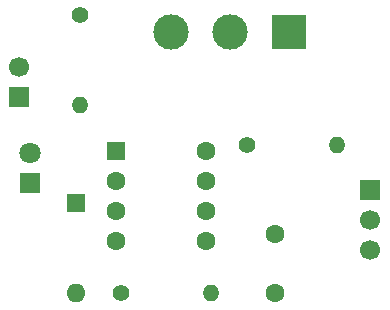
<source format=gts>
G04 #@! TF.GenerationSoftware,KiCad,Pcbnew,9.0.1*
G04 #@! TF.CreationDate,2025-08-17T13:01:10+05:00*
G04 #@! TF.ProjectId,servo_tester,73657276-6f5f-4746-9573-7465722e6b69,rev?*
G04 #@! TF.SameCoordinates,Original*
G04 #@! TF.FileFunction,Soldermask,Top*
G04 #@! TF.FilePolarity,Negative*
%FSLAX46Y46*%
G04 Gerber Fmt 4.6, Leading zero omitted, Abs format (unit mm)*
G04 Created by KiCad (PCBNEW 9.0.1) date 2025-08-17 13:01:10*
%MOMM*%
%LPD*%
G01*
G04 APERTURE LIST*
G04 Aperture macros list*
%AMRoundRect*
0 Rectangle with rounded corners*
0 $1 Rounding radius*
0 $2 $3 $4 $5 $6 $7 $8 $9 X,Y pos of 4 corners*
0 Add a 4 corners polygon primitive as box body*
4,1,4,$2,$3,$4,$5,$6,$7,$8,$9,$2,$3,0*
0 Add four circle primitives for the rounded corners*
1,1,$1+$1,$2,$3*
1,1,$1+$1,$4,$5*
1,1,$1+$1,$6,$7*
1,1,$1+$1,$8,$9*
0 Add four rect primitives between the rounded corners*
20,1,$1+$1,$2,$3,$4,$5,0*
20,1,$1+$1,$4,$5,$6,$7,0*
20,1,$1+$1,$6,$7,$8,$9,0*
20,1,$1+$1,$8,$9,$2,$3,0*%
G04 Aperture macros list end*
%ADD10C,1.400000*%
%ADD11O,1.400000X1.400000*%
%ADD12R,1.700000X1.700000*%
%ADD13C,1.700000*%
%ADD14R,1.600000X1.600000*%
%ADD15O,1.600000X1.600000*%
%ADD16RoundRect,0.250000X-0.550000X-0.550000X0.550000X-0.550000X0.550000X0.550000X-0.550000X0.550000X0*%
%ADD17C,1.600000*%
%ADD18R,1.800000X1.800000*%
%ADD19C,1.800000*%
%ADD20R,3.000000X3.000000*%
%ADD21C,3.000000*%
G04 APERTURE END LIST*
D10*
X140980000Y-102510000D03*
D11*
X148600000Y-102510000D03*
D12*
X162115000Y-93760000D03*
D13*
X162115000Y-96300000D03*
X162115000Y-98840000D03*
D14*
X137200000Y-94900000D03*
D15*
X137200000Y-102520000D03*
D16*
X140580000Y-90480000D03*
D17*
X140580000Y-93020000D03*
X140580000Y-95560000D03*
X140580000Y-98100000D03*
X148200000Y-98100000D03*
X148200000Y-95560000D03*
X148200000Y-93020000D03*
X148200000Y-90480000D03*
D12*
X132385000Y-85875000D03*
D13*
X132385000Y-83335000D03*
D10*
X137500000Y-79000000D03*
D11*
X137500000Y-86620000D03*
D18*
X133250000Y-93170000D03*
D19*
X133250000Y-90630000D03*
D17*
X154000000Y-102510000D03*
X154000000Y-97510000D03*
D10*
X151690000Y-90010000D03*
D11*
X159310000Y-90010000D03*
D20*
X155200000Y-80400000D03*
D21*
X150200000Y-80400000D03*
X145200000Y-80400000D03*
M02*

</source>
